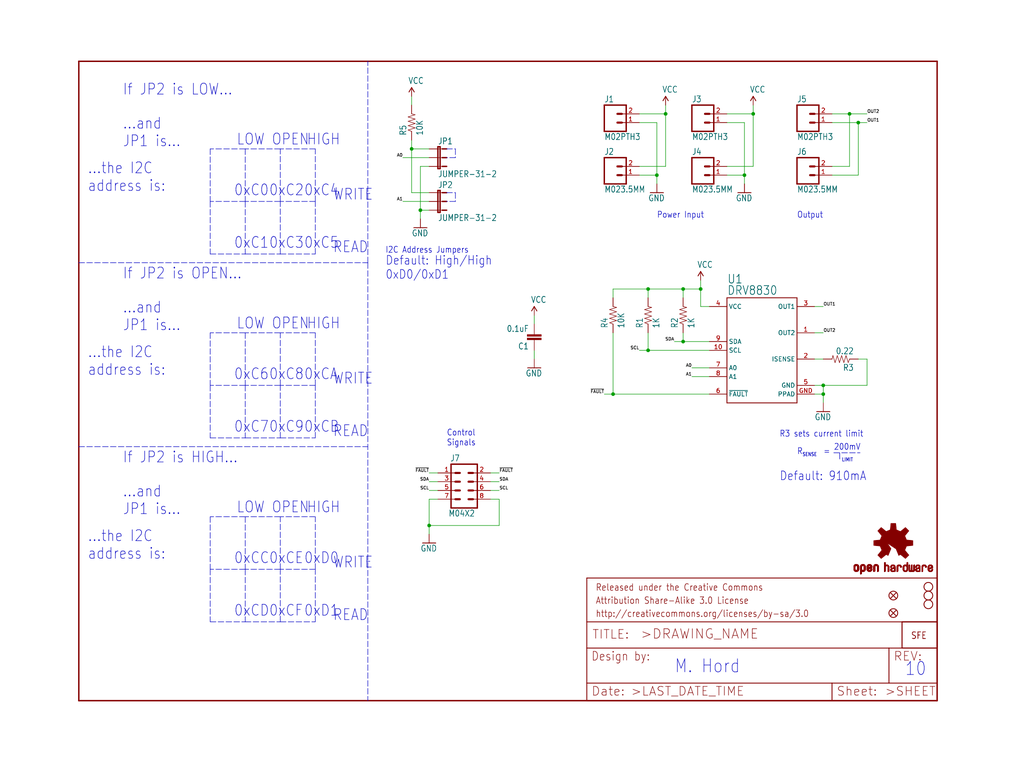
<source format=kicad_sch>
(kicad_sch (version 20211123) (generator eeschema)
  (paper "User" 297.002 223.926)
  (lib_symbols
    (symbol "eagleSchem-eagle-import:0.1UF-25V(+80{slash}-20%)(0603)"
      (property "Reference" "C" (at 1.524 2.921 0))
      (property "Value" "0.1UF-25V(+80{slash}-20%)(0603)" (at 1.524 -2.159 0))
      (symbol "0.1UF-25V(+80{slash}-20%)(0603)_1_0"
        (pin passive line (at 0 5.08 270) (length 2.54) (name "1") (number "1"))
        (pin passive line (at 0 -2.54 90) (length 2.54) (name "2") (number "2"))
      )
    )
    (symbol "eagleSchem-eagle-import:0.22OHM1{slash}4W1%(0805)"
      (property "Reference" "R" (at -3.81 1.4986 0))
      (property "Value" "0.22OHM1{slash}4W1%(0805)" (at -3.81 -3.302 0))
      (symbol "0.22OHM1{slash}4W1%(0805)_1_0"
        (pin passive line (at -5.08 0 0) (length 2.54) (name "1") (number "1"))
        (pin passive line (at 5.08 0 180) (length 2.54) (name "2") (number "2"))
      )
    )
    (symbol "eagleSchem-eagle-import:10KOHM1{slash}10W1%(0603)0603"
      (property "Reference" "R" (at -3.81 1.4986 0))
      (property "Value" "10KOHM1{slash}10W1%(0603)0603" (at -3.81 -3.302 0))
      (symbol "10KOHM1{slash}10W1%(0603)0603_1_0"
        (pin passive line (at -5.08 0 0) (length 2.54) (name "1") (number "1"))
        (pin passive line (at 5.08 0 180) (length 2.54) (name "2") (number "2"))
      )
    )
    (symbol "eagleSchem-eagle-import:1KOHM1{slash}10W1%(0603)"
      (property "Reference" "R" (at -3.81 1.4986 0))
      (property "Value" "1KOHM1{slash}10W1%(0603)" (at -3.81 -3.302 0))
      (symbol "1KOHM1{slash}10W1%(0603)_1_0"
        (pin passive line (at -5.08 0 0) (length 2.54) (name "1") (number "1"))
        (pin passive line (at 5.08 0 180) (length 2.54) (name "2") (number "2"))
      )
    )
    (symbol "eagleSchem-eagle-import:DRV8830"
      (property "Reference" "U" (at -10.16 19.304 0))
      (property "Value" "DRV8830" (at -10.16 16.002 0))
      (symbol "DRV8830_1_0"
        (pin bidirectional line (at 15.24 5.08 180) (length 5.08) (name "OUT2") (number "1"))
        (pin bidirectional line (at -15.24 0 0) (length 5.08) (name "SCL") (number "10"))
        (pin bidirectional line (at 15.24 -2.54 180) (length 5.08) (name "ISENSE") (number "2"))
        (pin bidirectional line (at 15.24 12.7 180) (length 5.08) (name "OUT1") (number "3"))
        (pin bidirectional line (at -15.24 12.7 0) (length 5.08) (name "VCC") (number "4"))
        (pin bidirectional line (at 15.24 -10.16 180) (length 5.08) (name "GND") (number "5"))
        (pin bidirectional line (at -15.24 -12.7 0) (length 5.08) (name "~{FAULT}") (number "6"))
        (pin bidirectional line (at -15.24 -5.08 0) (length 5.08) (name "A0") (number "7"))
        (pin bidirectional line (at -15.24 -7.62 0) (length 5.08) (name "A1") (number "8"))
        (pin bidirectional line (at -15.24 2.54 0) (length 5.08) (name "SDA") (number "9"))
        (pin bidirectional line (at 15.24 -12.7 180) (length 5.08) (name "PPAD") (number "GND"))
      )
    )
    (symbol "eagleSchem-eagle-import:FIDUCIALUFIDUCIAL")
    (symbol "eagleSchem-eagle-import:FRAME-LETTER"
      (symbol "FRAME-LETTER_2_0"
        (text ">DRAWING_NAME" (at 15.494 17.78 0) (effects (font (size 2.7432 2.7432)) (justify left bottom)))
        (text ">LAST_DATE_TIME" (at 12.7 1.27 0) (effects (font (size 2.54 2.54)) (justify left bottom)))
        (text ">SHEET" (at 86.36 1.27 0) (effects (font (size 2.54 2.54)) (justify left bottom)))
        (text "Attribution Share-Alike 3.0 License" (at 2.54 27.94 0) (effects (font (size 1.9304 1.6408)) (justify left bottom)))
        (text "Date:" (at 1.27 1.27 0) (effects (font (size 2.54 2.54)) (justify left bottom)))
        (text "Design by:" (at 1.27 11.43 0) (effects (font (size 2.54 2.159)) (justify left bottom)))
        (text "http://creativecommons.org/licenses/by-sa/3.0" (at 2.54 24.13 0) (effects (font (size 1.9304 1.6408)) (justify left bottom)))
        (text "Released under the Creative Commons" (at 2.54 31.75 0) (effects (font (size 1.9304 1.6408)) (justify left bottom)))
        (text "REV:" (at 88.9 11.43 0) (effects (font (size 2.54 2.54)) (justify left bottom)))
        (text "Sheet:" (at 72.39 1.27 0) (effects (font (size 2.54 2.54)) (justify left bottom)))
        (text "TITLE:" (at 1.524 17.78 0) (effects (font (size 2.54 2.54)) (justify left bottom)))
      )
    )
    (symbol "eagleSchem-eagle-import:GND" (power)
      (property "Value" "GND" (at -2.54 -2.54 0))
      (symbol "GND_1_0"
        (pin power_in line (at 0 2.54 270) (length 2.54) (name "GND") (number "1"))
      )
    )
    (symbol "eagleSchem-eagle-import:JUMPER-31-2"
      (property "Reference" "JP" (at -1.27 0 90))
      (property "Value" "JUMPER-31-2" (at 8.255 0 90))
      (symbol "JUMPER-31-2_1_0"
        (pin passive line (at 0 -2.54 90) (length 2.54) (name "1") (number "1"))
        (pin passive line (at 2.54 -2.54 90) (length 2.54) (name "2") (number "2"))
        (pin passive line (at 5.08 -2.54 90) (length 2.54) (name "3") (number "3"))
      )
    )
    (symbol "eagleSchem-eagle-import:LOGO-SFESK"
      (symbol "LOGO-SFESK_1_0"
        (text "SFE" (at 0 0 0) (effects (font (size 1.9304 1.6408)) (justify left bottom)))
      )
    )
    (symbol "eagleSchem-eagle-import:M023.5MM"
      (property "Reference" "JP" (at -2.54 5.842 0))
      (property "Value" "M023.5MM" (at -2.54 -5.08 0))
      (symbol "M023.5MM_1_0"
        (pin passive line (at 7.62 0 180) (length 5.08) (name "1") (number "1"))
        (pin passive line (at 7.62 2.54 180) (length 5.08) (name "2") (number "2"))
      )
    )
    (symbol "eagleSchem-eagle-import:M02PTH3"
      (property "Reference" "JP" (at -2.54 5.842 0))
      (property "Value" "M02PTH3" (at -2.54 -5.08 0))
      (symbol "M02PTH3_1_0"
        (pin passive line (at 7.62 0 180) (length 5.08) (name "1") (number "1"))
        (pin passive line (at 7.62 2.54 180) (length 5.08) (name "2") (number "2"))
      )
    )
    (symbol "eagleSchem-eagle-import:M04X2"
      (property "Value" "M04X2" (at -4.572 -7.62 0))
      (symbol "M04X2_1_0"
        (pin passive line (at -7.62 5.08 0) (length 5.08) (name "1") (number "1"))
        (pin passive line (at 7.62 5.08 180) (length 5.08) (name "2") (number "2"))
        (pin passive line (at -7.62 2.54 0) (length 5.08) (name "3") (number "3"))
        (pin passive line (at 7.62 2.54 180) (length 5.08) (name "4") (number "4"))
        (pin passive line (at -7.62 0 0) (length 5.08) (name "5") (number "5"))
        (pin passive line (at 7.62 0 180) (length 5.08) (name "6") (number "6"))
        (pin passive line (at -7.62 -2.54 0) (length 5.08) (name "7") (number "7"))
        (pin passive line (at 7.62 -2.54 180) (length 5.08) (name "8") (number "8"))
      )
    )
    (symbol "eagleSchem-eagle-import:OSHW-LOGOS")
    (symbol "eagleSchem-eagle-import:STAND-OFF")
    (symbol "eagleSchem-eagle-import:VCC" (power)
      (property "Value" "VCC" (at -1.016 3.556 0))
      (symbol "VCC_1_0"
        (pin power_in line (at 0 0 90) (length 2.54) (name "VCC") (number "1"))
      )
    )
  )
  (junction (at 198.12 83.82))
  (junction (at 238.76 114.3))
  (junction (at 177.8 114.3))
  (junction (at 193.04 33.02))
  (junction (at 121.92 60.96))
  (junction (at 238.76 111.76))
  (junction (at 190.5 50.8))
  (junction (at 218.44 33.02))
  (junction (at 246.38 33.02))
  (junction (at 248.92 35.56))
  (junction (at 215.9 50.8))
  (junction (at 187.96 101.6))
  (junction (at 198.12 99.06))
  (junction (at 203.2 83.82))
  (junction (at 124.46 152.4))
  (junction (at 119.38 43.18))
  (junction (at 187.96 83.82))
  (polyline (pts (xy 71.12 180.34) (xy 81.28 180.34)))
  (polyline (pts (xy 132.08 58.42) (xy 129.54 58.42)))
  (wire (pts (xy 177.8 83.82) (xy 177.8 86.36)))
  (polyline (pts (xy 81.28 111.76) (xy 81.28 96.52)))
  (polyline (pts (xy 71.12 43.18) (xy 60.96 43.18)))
  (wire (pts (xy 119.38 27.94) (xy 119.38 30.48)))
  (polyline (pts (xy 81.28 58.42) (xy 81.28 43.18)))
  (wire (pts (xy 177.8 114.3) (xy 205.74 114.3)))
  (wire (pts (xy 127 139.7) (xy 124.46 139.7)))
  (wire (pts (xy 124.46 152.4) (xy 144.78 152.4)))
  (polyline (pts (xy 106.68 76.2) (xy 106.68 203.2)))
  (wire (pts (xy 187.96 96.52) (xy 187.96 101.6)))
  (polyline (pts (xy 81.28 73.66) (xy 91.44 73.66)))
  (polyline (pts (xy 81.28 165.1) (xy 81.28 149.86)))
  (polyline (pts (xy 81.28 127) (xy 81.28 111.76)))
  (wire (pts (xy 187.96 101.6) (xy 205.74 101.6)))
  (polyline (pts (xy 132.08 43.18) (xy 132.08 45.72)))
  (wire (pts (xy 236.22 114.3) (xy 238.76 114.3)))
  (wire (pts (xy 241.3 50.8) (xy 248.92 50.8)))
  (polyline (pts (xy 22.86 76.2) (xy 106.68 76.2)))
  (wire (pts (xy 251.46 104.14) (xy 251.46 111.76)))
  (wire (pts (xy 238.76 114.3) (xy 238.76 111.76)))
  (wire (pts (xy 124.46 152.4) (xy 124.46 154.94)))
  (polyline (pts (xy 106.68 76.2) (xy 106.68 17.78)))
  (polyline (pts (xy 91.44 58.42) (xy 91.44 43.18)))
  (polyline (pts (xy 71.12 43.18) (xy 71.12 58.42)))
  (wire (pts (xy 198.12 99.06) (xy 205.74 99.06)))
  (polyline (pts (xy 60.96 58.42) (xy 60.96 73.66)))
  (polyline (pts (xy 71.12 111.76) (xy 60.96 111.76)))
  (wire (pts (xy 215.9 50.8) (xy 210.82 50.8)))
  (wire (pts (xy 198.12 96.52) (xy 198.12 99.06)))
  (wire (pts (xy 215.9 35.56) (xy 215.9 50.8)))
  (polyline (pts (xy 22.86 129.54) (xy 106.68 129.54)))
  (wire (pts (xy 236.22 104.14) (xy 238.76 104.14)))
  (polyline (pts (xy 91.44 127) (xy 91.44 111.76)))
  (wire (pts (xy 198.12 83.82) (xy 187.96 83.82)))
  (polyline (pts (xy 129.54 43.18) (xy 132.08 43.18)))
  (wire (pts (xy 187.96 101.6) (xy 185.42 101.6)))
  (wire (pts (xy 205.74 109.22) (xy 200.66 109.22)))
  (polyline (pts (xy 71.12 165.1) (xy 60.96 165.1)))
  (polyline (pts (xy 91.44 58.42) (xy 81.28 58.42)))
  (wire (pts (xy 190.5 35.56) (xy 190.5 50.8)))
  (polyline (pts (xy 60.96 149.86) (xy 60.96 165.1)))
  (polyline (pts (xy 91.44 111.76) (xy 81.28 111.76)))
  (polyline (pts (xy 71.12 96.52) (xy 60.96 96.52)))
  (wire (pts (xy 198.12 86.36) (xy 198.12 83.82)))
  (wire (pts (xy 210.82 33.02) (xy 218.44 33.02)))
  (wire (pts (xy 124.46 55.88) (xy 119.38 55.88)))
  (polyline (pts (xy 81.28 127) (xy 91.44 127)))
  (wire (pts (xy 119.38 40.64) (xy 119.38 43.18)))
  (wire (pts (xy 248.92 35.56) (xy 241.3 35.56)))
  (wire (pts (xy 142.24 139.7) (xy 144.78 139.7)))
  (wire (pts (xy 205.74 106.68) (xy 200.66 106.68)))
  (wire (pts (xy 238.76 111.76) (xy 236.22 111.76)))
  (polyline (pts (xy 71.12 149.86) (xy 71.12 165.1)))
  (wire (pts (xy 190.5 50.8) (xy 190.5 53.34)))
  (wire (pts (xy 185.42 35.56) (xy 190.5 35.56)))
  (wire (pts (xy 203.2 83.82) (xy 203.2 81.28)))
  (wire (pts (xy 203.2 88.9) (xy 203.2 83.82)))
  (polyline (pts (xy 71.12 149.86) (xy 60.96 149.86)))
  (polyline (pts (xy 132.08 55.88) (xy 132.08 58.42)))
  (wire (pts (xy 185.42 33.02) (xy 193.04 33.02)))
  (polyline (pts (xy 81.28 58.42) (xy 71.12 58.42)))
  (wire (pts (xy 124.46 144.78) (xy 124.46 152.4)))
  (wire (pts (xy 193.04 33.02) (xy 193.04 30.48)))
  (wire (pts (xy 187.96 83.82) (xy 177.8 83.82)))
  (polyline (pts (xy 81.28 111.76) (xy 71.12 111.76)))
  (wire (pts (xy 236.22 96.52) (xy 238.76 96.52)))
  (wire (pts (xy 121.92 48.26) (xy 121.92 60.96)))
  (wire (pts (xy 142.24 137.16) (xy 144.78 137.16)))
  (polyline (pts (xy 81.28 73.66) (xy 81.28 58.42)))
  (wire (pts (xy 119.38 55.88) (xy 119.38 43.18)))
  (wire (pts (xy 193.04 48.26) (xy 193.04 33.02)))
  (polyline (pts (xy 60.96 43.18) (xy 60.96 58.42)))
  (wire (pts (xy 154.94 101.6) (xy 154.94 104.14)))
  (wire (pts (xy 205.74 88.9) (xy 203.2 88.9)))
  (wire (pts (xy 142.24 144.78) (xy 144.78 144.78)))
  (wire (pts (xy 154.94 93.98) (xy 154.94 91.44)))
  (polyline (pts (xy 91.44 165.1) (xy 91.44 149.86)))
  (wire (pts (xy 246.38 33.02) (xy 246.38 48.26)))
  (wire (pts (xy 248.92 104.14) (xy 251.46 104.14)))
  (wire (pts (xy 121.92 63.5) (xy 121.92 60.96)))
  (polyline (pts (xy 60.96 165.1) (xy 60.96 180.34)))
  (wire (pts (xy 142.24 142.24) (xy 144.78 142.24)))
  (wire (pts (xy 236.22 88.9) (xy 238.76 88.9)))
  (wire (pts (xy 121.92 60.96) (xy 124.46 60.96)))
  (wire (pts (xy 185.42 48.26) (xy 193.04 48.26)))
  (polyline (pts (xy 91.44 111.76) (xy 91.44 96.52)))
  (wire (pts (xy 198.12 99.06) (xy 195.58 99.06)))
  (polyline (pts (xy 81.28 180.34) (xy 91.44 180.34)))
  (polyline (pts (xy 71.12 165.1) (xy 71.12 180.34)))
  (wire (pts (xy 177.8 96.52) (xy 177.8 114.3)))
  (polyline (pts (xy 71.12 127) (xy 81.28 127)))
  (polyline (pts (xy 71.12 96.52) (xy 71.12 111.76)))
  (polyline (pts (xy 60.96 73.66) (xy 71.12 73.66)))
  (wire (pts (xy 218.44 33.02) (xy 218.44 30.48)))
  (polyline (pts (xy 91.44 73.66) (xy 91.44 58.42)))
  (wire (pts (xy 187.96 83.82) (xy 187.96 86.36)))
  (polyline (pts (xy 91.44 96.52) (xy 81.28 96.52)))
  (wire (pts (xy 210.82 35.56) (xy 215.9 35.56)))
  (polyline (pts (xy 71.12 111.76) (xy 71.12 127)))
  (polyline (pts (xy 91.44 43.18) (xy 81.28 43.18)))
  (polyline (pts (xy 60.96 180.34) (xy 71.12 180.34)))
  (wire (pts (xy 218.44 48.26) (xy 218.44 33.02)))
  (wire (pts (xy 241.3 33.02) (xy 246.38 33.02)))
  (wire (pts (xy 251.46 111.76) (xy 238.76 111.76)))
  (polyline (pts (xy 91.44 165.1) (xy 81.28 165.1)))
  (polyline (pts (xy 91.44 149.86) (xy 81.28 149.86)))
  (polyline (pts (xy 81.28 43.18) (xy 71.12 43.18)))
  (wire (pts (xy 124.46 48.26) (xy 121.92 48.26)))
  (polyline (pts (xy 60.96 96.52) (xy 60.96 111.76)))
  (polyline (pts (xy 129.54 55.88) (xy 132.08 55.88)))
  (wire (pts (xy 124.46 58.42) (xy 116.84 58.42)))
  (wire (pts (xy 246.38 48.26) (xy 241.3 48.26)))
  (polyline (pts (xy 71.12 58.42) (xy 60.96 58.42)))
  (wire (pts (xy 127 144.78) (xy 124.46 144.78)))
  (wire (pts (xy 198.12 83.82) (xy 203.2 83.82)))
  (polyline (pts (xy 241.808 131.318) (xy 249.428 131.318)))
  (wire (pts (xy 124.46 45.72) (xy 116.84 45.72)))
  (polyline (pts (xy 71.12 58.42) (xy 71.12 73.66)))
  (wire (pts (xy 177.8 114.3) (xy 175.26 114.3)))
  (polyline (pts (xy 81.28 149.86) (xy 71.12 149.86)))
  (wire (pts (xy 215.9 53.34) (xy 215.9 50.8)))
  (wire (pts (xy 127 142.24) (xy 124.46 142.24)))
  (wire (pts (xy 127 137.16) (xy 124.46 137.16)))
  (polyline (pts (xy 91.44 180.34) (xy 91.44 165.1)))
  (polyline (pts (xy 81.28 180.34) (xy 81.28 165.1)))
  (polyline (pts (xy 71.12 73.66) (xy 81.28 73.66)))
  (wire (pts (xy 246.38 33.02) (xy 251.46 33.02)))
  (wire (pts (xy 248.92 35.56) (xy 251.46 35.56)))
  (wire (pts (xy 119.38 43.18) (xy 124.46 43.18)))
  (polyline (pts (xy 81.28 165.1) (xy 71.12 165.1)))
  (polyline (pts (xy 60.96 127) (xy 71.12 127)))
  (wire (pts (xy 238.76 114.3) (xy 238.76 116.84)))
  (polyline (pts (xy 132.08 45.72) (xy 129.54 45.72)))
  (wire (pts (xy 185.42 50.8) (xy 190.5 50.8)))
  (wire (pts (xy 144.78 152.4) (xy 144.78 144.78)))
  (polyline (pts (xy 60.96 111.76) (xy 60.96 127)))
  (polyline (pts (xy 81.28 96.52) (xy 71.12 96.52)))
  (wire (pts (xy 210.82 48.26) (xy 218.44 48.26)))
  (wire (pts (xy 248.92 50.8) (xy 248.92 35.56)))
  (text "OPEN" (at 78.74 149.098 180) (effects (font (size 3.175 2.6987)) (justify left bottom)))
  (text "If JP2 is OPEN..." (at 35.56 81.28 180) (effects (font (size 3.175 2.6987)) (justify left bottom)))
  (text "OPEN" (at 78.74 42.418 180) (effects (font (size 3.175 2.6987)) (justify left bottom)))
  (text "...and\nJP1 is..." (at 35.56 149.606 180) (effects (font (size 3.175 2.6987)) (justify left bottom)))
  (text "0xC6" (at 67.818 110.49 180) (effects (font (size 3.175 2.6987)) (justify left bottom)))
  (text "...and\nJP1 is..." (at 35.56 42.926 180) (effects (font (size 3.175 2.6987)) (justify left bottom)))
  (text "WRITE" (at 96.52 111.76 180) (effects (font (size 3.175 2.6987)) (justify left bottom)))
  (text "0xC2" (at 77.978 57.15 180) (effects (font (size 3.175 2.6987)) (justify left bottom)))
  (text "0xC0" (at 67.818 57.15 180) (effects (font (size 3.175 2.6987)) (justify left bottom)))
  (text "0xC8" (at 77.978 110.49 180) (effects (font (size 3.175 2.6987)) (justify left bottom)))
  (text "...and\nJP1 is..." (at 35.56 96.266 180) (effects (font (size 3.175 2.6987)) (justify left bottom)))
  (text "0xC4" (at 88.138 57.15 180) (effects (font (size 3.175 2.6987)) (justify left bottom)))
  (text "...the I2C\naddress is:" (at 25.4 162.56 180) (effects (font (size 3.175 2.6987)) (justify left bottom)))
  (text "LIMIT" (at 244.094 134.112 180) (effects (font (size 1.016 0.8636)) (justify left bottom)))
  (text "0xCB" (at 88.138 125.73 180) (effects (font (size 3.175 2.6987)) (justify left bottom)))
  (text "0xCA" (at 88.138 110.49 180) (effects (font (size 3.175 2.6987)) (justify left bottom)))
  (text "READ" (at 96.52 127 180) (effects (font (size 3.175 2.6987)) (justify left bottom)))
  (text "HIGH" (at 88.9 95.758 180) (effects (font (size 3.175 2.6987)) (justify left bottom)))
  (text "SENSE" (at 232.664 132.588 180) (effects (font (size 1.016 0.8636)) (justify left bottom)))
  (text "WRITE" (at 96.52 58.42 180) (effects (font (size 3.175 2.6987)) (justify left bottom)))
  (text "Default: 910mA" (at 226.06 139.7 180) (effects (font (size 2.54 2.159)) (justify left bottom)))
  (text "0xD1" (at 88.138 179.07 180) (effects (font (size 3.175 2.6987)) (justify left bottom)))
  (text "...the I2C\naddress is:" (at 25.4 55.88 180) (effects (font (size 3.175 2.6987)) (justify left bottom)))
  (text "LOW" (at 68.58 42.418 180) (effects (font (size 3.175 2.6987)) (justify left bottom)))
  (text "Control\nSignals" (at 129.54 129.54 180) (effects (font (size 1.778 1.5113)) (justify left bottom)))
  (text "WRITE" (at 96.52 165.1 180) (effects (font (size 3.175 2.6987)) (justify left bottom)))
  (text "0xD0" (at 88.138 163.83 180) (effects (font (size 3.175 2.6987)) (justify left bottom)))
  (text "LOW" (at 68.58 149.098 180) (effects (font (size 3.175 2.6987)) (justify left bottom)))
  (text "OPEN" (at 78.74 95.758 180) (effects (font (size 3.175 2.6987)) (justify left bottom)))
  (text "0xC1" (at 67.818 72.39 180) (effects (font (size 3.175 2.6987)) (justify left bottom)))
  (text "Default: High/High\n0xD0/0xD1" (at 111.76 81.28 180) (effects (font (size 2.54 2.159)) (justify left bottom)))
  (text "200mV" (at 241.808 130.81 180) (effects (font (size 1.778 1.5113)) (justify left bottom)))
  (text "I2C Address Jumpers" (at 111.76 73.66 180) (effects (font (size 1.778 1.5113)) (justify left bottom)))
  (text "0xC3" (at 77.978 72.39 180) (effects (font (size 3.175 2.6987)) (justify left bottom)))
  (text "If JP2 is LOW..." (at 35.56 27.94 180) (effects (font (size 3.175 2.6987)) (justify left bottom)))
  (text "LOW" (at 68.58 95.758 180) (effects (font (size 3.175 2.6987)) (justify left bottom)))
  (text "0xC9" (at 77.978 125.73 180) (effects (font (size 3.175 2.6987)) (justify left bottom)))
  (text "HIGH" (at 88.9 149.098 180) (effects (font (size 3.175 2.6987)) (justify left bottom)))
  (text "R" (at 231.14 132.08 180) (effects (font (size 1.778 1.5113)) (justify left bottom)))
  (text "M. Hord" (at 195.58 195.58 180) (effects (font (size 3.81 3.2385)) (justify left bottom)))
  (text "0xCE" (at 77.978 163.83 180) (effects (font (size 3.175 2.6987)) (justify left bottom)))
  (text "R3 sets current limit" (at 226.06 127 180) (effects (font (size 1.778 1.5113)) (justify left bottom)))
  (text "I" (at 243.078 133.604 180) (effects (font (size 1.778 1.5113)) (justify left bottom)))
  (text "Output" (at 231.14 63.5 180) (effects (font (size 1.778 1.5113)) (justify left bottom)))
  (text "0xCF" (at 77.978 179.07 180) (effects (font (size 3.175 2.6987)) (justify left bottom)))
  (text "READ" (at 96.52 73.66 180) (effects (font (size 3.175 2.6987)) (justify left bottom)))
  (text "Power Input" (at 190.5 63.5 180) (effects (font (size 1.778 1.5113)) (justify left bottom)))
  (text "0xCD" (at 67.818 179.07 180) (effects (font (size 3.175 2.6987)) (justify left bottom)))
  (text "...the I2C\naddress is:" (at 25.4 109.22 180) (effects (font (size 3.175 2.6987)) (justify left bottom)))
  (text "10" (at 262.382 196.342 180) (effects (font (size 3.81 3.2385)) (justify left bottom)))
  (text "0xCC" (at 67.818 163.83 180) (effects (font (size 3.175 2.6987)) (justify left bottom)))
  (text "READ" (at 96.52 180.34 180) (effects (font (size 3.175 2.6987)) (justify left bottom)))
  (text "=" (at 238.76 132.08 180) (effects (font (size 1.778 1.5113)) (justify left bottom)))
  (text "HIGH" (at 88.9 42.418 180) (effects (font (size 3.175 2.6987)) (justify left bottom)))
  (text "0xC5" (at 88.138 72.39 180) (effects (font (size 3.175 2.6987)) (justify left bottom)))
  (text "If JP2 is HIGH..." (at 35.56 134.62 180) (effects (font (size 3.175 2.6987)) (justify left bottom)))
  (text "0xC7" (at 67.818 125.73 180) (effects (font (size 3.175 2.6987)) (justify left bottom)))
  (label "SCL" (at 144.78 142.24 0) (effects (font (size 0.889 0.889))))
  (label "SDA" (at 144.78 139.7 0) (effects (font (size 0.889 0.889))))
  (label "~{FAULT}" (at 175.26 114.3 180) (effects (font (size 0.889 0.889))))
  (label "SCL" (at 185.42 101.6 180) (effects (font (size 0.889 0.889))))
  (label "A1" (at 200.66 109.22 180) (effects (font (size 0.889 0.889))))
  (label "SDA" (at 124.46 139.7 180) (effects (font (size 0.889 0.889))))
  (label "A0" (at 116.84 45.72 180) (effects (font (size 0.889 0.889))))
  (label "OUT2" (at 238.76 96.52 0) (effects (font (size 0.889 0.889))))
  (label "SCL" (at 124.46 142.24 180) (effects (font (size 0.889 0.889))))
  (label "OUT1" (at 238.76 88.9 0) (effects (font (size 0.889 0.889))))
  (label "~{FAULT}" (at 144.78 137.16 0) (effects (font (size 0.889 0.889))))
  (label "SDA" (at 195.58 99.06 180) (effects (font (size 0.889 0.889))))
  (label "~{FAULT}" (at 124.46 137.16 180) (effects (font (size 0.889 0.889))))
  (label "A1" (at 116.84 58.42 180) (effects (font (size 0.889 0.889))))
  (label "OUT1" (at 251.46 35.56 0) (effects (font (size 0.889 0.889))))
  (label "OUT2" (at 251.46 33.02 0) (effects (font (size 0.889 0.889))))
  (label "A0" (at 200.66 106.68 180) (effects (font (size 0.889 0.889))))
  (symbol (lib_id "eagleSchem-eagle-import:VCC") (at 218.44 30.48 0) (unit 1)
    (property "Reference" "#SUPPLY5" (effects hide))
    (property "Value" "VCC" (at 217.424 26.924 0) (effects (font (size 1.778 1.5113)) (justify left bottom)))
    (property "Footprint" "eagleSchem:" (effects hide))
  )
  (symbol (lib_id "eagleSchem-eagle-import:10KOHM1{slash}10W1%(0603)0603") (at 119.38 35.56 90) (unit 1)
    (property "Reference" "R5" (at 117.8814 39.37 0) (effects (font (size 1.778 1.5113)) (justify left bottom)))
    (property "Value" "10K" (at 122.682 39.37 0) (effects (font (size 1.778 1.5113)) (justify left bottom)))
    (property "Footprint" "eagleSchem:0603-RES" (effects hide))
  )
  (symbol (lib_id "eagleSchem-eagle-import:OSHW-LOGOS") (at 259.08 157.48 0) (unit 1)
    (property "Reference" "LOGO2" (effects hide))
    (property "Value" "OSHW-LOGOS" (effects hide))
    (property "Footprint" "eagleSchem:OSHW-LOGO-S" (effects hide))
  )
  (symbol (lib_id "eagleSchem-eagle-import:M02PTH3") (at 233.68 35.56 0) (unit 1)
    (property "Reference" "J5" (at 231.14 29.718 0) (effects (font (size 1.778 1.5113)) (justify left bottom)))
    (property "Value" "M02PTH3" (at 231.14 40.64 0) (effects (font (size 1.778 1.5113)) (justify left bottom)))
    (property "Footprint" "eagleSchem:1X02_LONGPADS" (effects hide))
  )
  (symbol (lib_id "eagleSchem-eagle-import:FIDUCIALUFIDUCIAL") (at 259.08 172.72 0) (unit 1)
    (property "Reference" "FID1" (effects hide))
    (property "Value" "FIDUCIALUFIDUCIAL" (effects hide))
    (property "Footprint" "eagleSchem:MICRO-FIDUCIAL" (effects hide))
  )
  (symbol (lib_id "eagleSchem-eagle-import:STAND-OFF") (at 269.24 172.72 0) (unit 1)
    (property "Reference" "STANDOFF2" (effects hide))
    (property "Value" "STAND-OFF" (effects hide))
    (property "Footprint" "eagleSchem:STAND-OFF" (effects hide))
  )
  (symbol (lib_id "eagleSchem-eagle-import:FRAME-LETTER") (at 22.86 203.2 0) (unit 1)
    (property "Reference" "FRAME1" (effects hide))
    (property "Value" "FRAME-LETTER" (effects hide))
    (property "Footprint" "eagleSchem:CREATIVE_COMMONS" (effects hide))
  )
  (symbol (lib_id "eagleSchem-eagle-import:VCC") (at 119.38 27.94 0) (unit 1)
    (property "Reference" "#SUPPLY3" (effects hide))
    (property "Value" "VCC" (at 118.364 24.384 0) (effects (font (size 1.778 1.5113)) (justify left bottom)))
    (property "Footprint" "eagleSchem:" (effects hide))
  )
  (symbol (lib_id "eagleSchem-eagle-import:GND") (at 238.76 119.38 0) (unit 1)
    (property "Reference" "#GND1" (effects hide))
    (property "Value" "GND" (at 236.22 121.92 0) (effects (font (size 1.778 1.5113)) (justify left bottom)))
    (property "Footprint" "eagleSchem:" (effects hide))
  )
  (symbol (lib_id "eagleSchem-eagle-import:GND") (at 121.92 66.04 0) (unit 1)
    (property "Reference" "#GND2" (effects hide))
    (property "Value" "GND" (at 119.38 68.58 0) (effects (font (size 1.778 1.5113)) (justify left bottom)))
    (property "Footprint" "eagleSchem:" (effects hide))
  )
  (symbol (lib_id "eagleSchem-eagle-import:M023.5MM") (at 233.68 50.8 0) (unit 1)
    (property "Reference" "J6" (at 231.14 44.958 0) (effects (font (size 1.778 1.5113)) (justify left bottom)))
    (property "Value" "M023.5MM" (at 231.14 55.88 0) (effects (font (size 1.778 1.5113)) (justify left bottom)))
    (property "Footprint" "eagleSchem:SCREWTERMINAL-3.5MM-2" (effects hide))
  )
  (symbol (lib_id "eagleSchem-eagle-import:1KOHM1{slash}10W1%(0603)") (at 187.96 91.44 90) (unit 1)
    (property "Reference" "R1" (at 186.4614 95.25 0) (effects (font (size 1.778 1.5113)) (justify left bottom)))
    (property "Value" "1K" (at 191.262 95.25 0) (effects (font (size 1.778 1.5113)) (justify left bottom)))
    (property "Footprint" "eagleSchem:0603-RES" (effects hide))
  )
  (symbol (lib_id "eagleSchem-eagle-import:FRAME-LETTER") (at 170.18 203.2 0) (unit 2)
    (property "Reference" "FRAME1" (effects hide))
    (property "Value" "FRAME-LETTER" (effects hide))
    (property "Footprint" "eagleSchem:CREATIVE_COMMONS" (effects hide))
  )
  (symbol (lib_id "eagleSchem-eagle-import:JUMPER-31-2") (at 127 43.18 270) (unit 1)
    (property "Reference" "JP1" (at 127 41.91 90) (effects (font (size 1.778 1.5113)) (justify left bottom)))
    (property "Value" "JUMPER-31-2" (at 127 51.435 90) (effects (font (size 1.778 1.5113)) (justify left bottom)))
    (property "Footprint" "eagleSchem:SJ_3_PASTE1&2" (effects hide))
  )
  (symbol (lib_id "eagleSchem-eagle-import:FIDUCIALUFIDUCIAL") (at 259.08 177.8 0) (unit 1)
    (property "Reference" "FID2" (effects hide))
    (property "Value" "FIDUCIALUFIDUCIAL" (effects hide))
    (property "Footprint" "eagleSchem:MICRO-FIDUCIAL" (effects hide))
  )
  (symbol (lib_id "eagleSchem-eagle-import:STAND-OFF") (at 269.24 175.26 0) (unit 1)
    (property "Reference" "STANDOFF3" (effects hide))
    (property "Value" "STAND-OFF" (effects hide))
    (property "Footprint" "eagleSchem:STAND-OFF" (effects hide))
  )
  (symbol (lib_id "eagleSchem-eagle-import:GND") (at 124.46 157.48 0) (unit 1)
    (property "Reference" "#GND6" (effects hide))
    (property "Value" "GND" (at 121.92 160.02 0) (effects (font (size 1.778 1.5113)) (justify left bottom)))
    (property "Footprint" "eagleSchem:" (effects hide))
  )
  (symbol (lib_id "eagleSchem-eagle-import:M02PTH3") (at 203.2 35.56 0) (unit 1)
    (property "Reference" "J3" (at 200.66 29.718 0) (effects (font (size 1.778 1.5113)) (justify left bottom)))
    (property "Value" "M02PTH3" (at 200.66 40.64 0) (effects (font (size 1.778 1.5113)) (justify left bottom)))
    (property "Footprint" "eagleSchem:1X02_LONGPADS" (effects hide))
  )
  (symbol (lib_id "eagleSchem-eagle-import:STAND-OFF") (at 269.24 170.18 0) (unit 1)
    (property "Reference" "STANDOFF1" (effects hide))
    (property "Value" "STAND-OFF" (effects hide))
    (property "Footprint" "eagleSchem:STAND-OFF" (effects hide))
  )
  (symbol (lib_id "eagleSchem-eagle-import:JUMPER-31-2") (at 127 55.88 270) (unit 1)
    (property "Reference" "JP2" (at 127 54.61 90) (effects (font (size 1.778 1.5113)) (justify left bottom)))
    (property "Value" "JUMPER-31-2" (at 127 64.135 90) (effects (font (size 1.778 1.5113)) (justify left bottom)))
    (property "Footprint" "eagleSchem:SJ_3_PASTE1&2" (effects hide))
  )
  (symbol (lib_id "eagleSchem-eagle-import:LOGO-SFESK") (at 264.16 185.42 0) (unit 1)
    (property "Reference" "LOGO3" (effects hide))
    (property "Value" "LOGO-SFESK" (effects hide))
    (property "Footprint" "eagleSchem:SFE-LOGO-FLAME" (effects hide))
  )
  (symbol (lib_id "eagleSchem-eagle-import:M02PTH3") (at 177.8 35.56 0) (unit 1)
    (property "Reference" "J1" (at 175.26 29.718 0) (effects (font (size 1.778 1.5113)) (justify left bottom)))
    (property "Value" "M02PTH3" (at 175.26 40.64 0) (effects (font (size 1.778 1.5113)) (justify left bottom)))
    (property "Footprint" "eagleSchem:1X02_LONGPADS" (effects hide))
  )
  (symbol (lib_id "eagleSchem-eagle-import:GND") (at 215.9 55.88 0) (unit 1)
    (property "Reference" "#GND5" (effects hide))
    (property "Value" "GND" (at 213.36 58.42 0) (effects (font (size 1.778 1.5113)) (justify left bottom)))
    (property "Footprint" "eagleSchem:" (effects hide))
  )
  (symbol (lib_id "eagleSchem-eagle-import:GND") (at 190.5 55.88 0) (unit 1)
    (property "Reference" "#GND4" (effects hide))
    (property "Value" "GND" (at 187.96 58.42 0) (effects (font (size 1.778 1.5113)) (justify left bottom)))
    (property "Footprint" "eagleSchem:" (effects hide))
  )
  (symbol (lib_id "eagleSchem-eagle-import:LOGO-SFESK") (at 264.16 185.42 0) (unit 1)
    (property "Reference" "LOGO1" (effects hide))
    (property "Value" "LOGO-SFESK" (effects hide))
    (property "Footprint" "eagleSchem:SFE-LOGO-FLAME" (effects hide))
  )
  (symbol (lib_id "eagleSchem-eagle-import:1KOHM1{slash}10W1%(0603)") (at 198.12 91.44 90) (unit 1)
    (property "Reference" "R2" (at 196.6214 95.25 0) (effects (font (size 1.778 1.5113)) (justify left bottom)))
    (property "Value" "1K" (at 201.422 95.25 0) (effects (font (size 1.778 1.5113)) (justify left bottom)))
    (property "Footprint" "eagleSchem:0603-RES" (effects hide))
  )
  (symbol (lib_id "eagleSchem-eagle-import:10KOHM1{slash}10W1%(0603)0603") (at 177.8 91.44 90) (unit 1)
    (property "Reference" "R4" (at 176.3014 95.25 0) (effects (font (size 1.778 1.5113)) (justify left bottom)))
    (property "Value" "10K" (at 181.102 95.25 0) (effects (font (size 1.778 1.5113)) (justify left bottom)))
    (property "Footprint" "eagleSchem:0603-RES" (effects hide))
  )
  (symbol (lib_id "eagleSchem-eagle-import:GND") (at 154.94 106.68 0) (unit 1)
    (property "Reference" "#GND3" (effects hide))
    (property "Value" "GND" (at 152.4 109.22 0) (effects (font (size 1.778 1.5113)) (justify left bottom)))
    (property "Footprint" "eagleSchem:" (effects hide))
  )
  (symbol (lib_id "eagleSchem-eagle-import:DRV8830") (at 220.98 101.6 0) (unit 1)
    (property "Reference" "U1" (at 210.82 82.296 0) (effects (font (size 2.54 2.159)) (justify left bottom)))
    (property "Value" "DRV8830" (at 210.82 85.598 0) (effects (font (size 2.54 2.159)) (justify left bottom)))
    (property "Footprint" "eagleSchem:MSOP-10-GNDPAD" (effects hide))
  )
  (symbol (lib_id "eagleSchem-eagle-import:0.22OHM1{slash}4W1%(0805)") (at 243.84 104.14 180) (unit 1)
    (property "Reference" "R3" (at 247.65 105.6386 0) (effects (font (size 1.778 1.5113)) (justify left bottom)))
    (property "Value" "0.22" (at 247.65 100.838 0) (effects (font (size 1.778 1.5113)) (justify left bottom)))
    (property "Footprint" "eagleSchem:0805" (effects hide))
  )
  (symbol (lib_id "eagleSchem-eagle-import:M023.5MM") (at 177.8 50.8 0) (unit 1)
    (property "Reference" "J2" (at 175.26 44.958 0) (effects (font (size 1.778 1.5113)) (justify left bottom)))
    (property "Value" "M023.5MM" (at 175.26 55.88 0) (effects (font (size 1.778 1.5113)) (justify left bottom)))
    (property "Footprint" "eagleSchem:SCREWTERMINAL-3.5MM-2" (effects hide))
  )
  (symbol (lib_id "eagleSchem-eagle-import:VCC") (at 154.94 91.44 0) (unit 1)
    (property "Reference" "#SUPPLY2" (effects hide))
    (property "Value" "VCC" (at 153.924 87.884 0) (effects (font (size 1.778 1.5113)) (justify left bottom)))
    (property "Footprint" "eagleSchem:" (effects hide))
  )
  (symbol (lib_id "eagleSchem-eagle-import:VCC") (at 193.04 30.48 0) (unit 1)
    (property "Reference" "#SUPPLY4" (effects hide))
    (property "Value" "VCC" (at 192.024 26.924 0) (effects (font (size 1.778 1.5113)) (justify left bottom)))
    (property "Footprint" "eagleSchem:" (effects hide))
  )
  (symbol (lib_id "eagleSchem-eagle-import:M023.5MM") (at 203.2 50.8 0) (unit 1)
    (property "Reference" "J4" (at 200.66 44.958 0) (effects (font (size 1.778 1.5113)) (justify left bottom)))
    (property "Value" "M023.5MM" (at 200.66 55.88 0) (effects (font (size 1.778 1.5113)) (justify left bottom)))
    (property "Footprint" "eagleSchem:SCREWTERMINAL-3.5MM-2" (effects hide))
  )
  (symbol (lib_id "eagleSchem-eagle-import:M04X2") (at 134.62 142.24 0) (unit 1)
    (property "Reference" "J7" (at 130.556 133.858 0) (effects (font (size 1.778 1.5113)) (justify left bottom)))
    (property "Value" "M04X2" (at 130.048 149.86 0) (effects (font (size 1.778 1.5113)) (justify left bottom)))
    (property "Footprint" "eagleSchem:2X4" (effects hide))
  )
  (symbol (lib_id "eagleSchem-eagle-import:0.1UF-25V(+80{slash}-20%)(0603)") (at 154.94 96.52 180) (unit 1)
    (property "Reference" "C1" (at 153.416 99.441 0) (effects (font (size 1.778 1.5113)) (justify left bottom)))
    (property "Value" "0.1uF" (at 153.416 94.361 0) (effects (font (size 1.778 1.5113)) (justify left bottom)))
    (property "Footprint" "eagleSchem:0603-CAP" (effects hide))
  )
  (symbol (lib_id "eagleSchem-eagle-import:VCC") (at 203.2 81.28 0) (unit 1)
    (property "Reference" "#SUPPLY1" (effects hide))
    (property "Value" "VCC" (at 202.184 77.724 0) (effects (font (size 1.778 1.5113)) (justify left bottom)))
    (property "Footprint" "eagleSchem:" (effects hide))
  )
)
</source>
